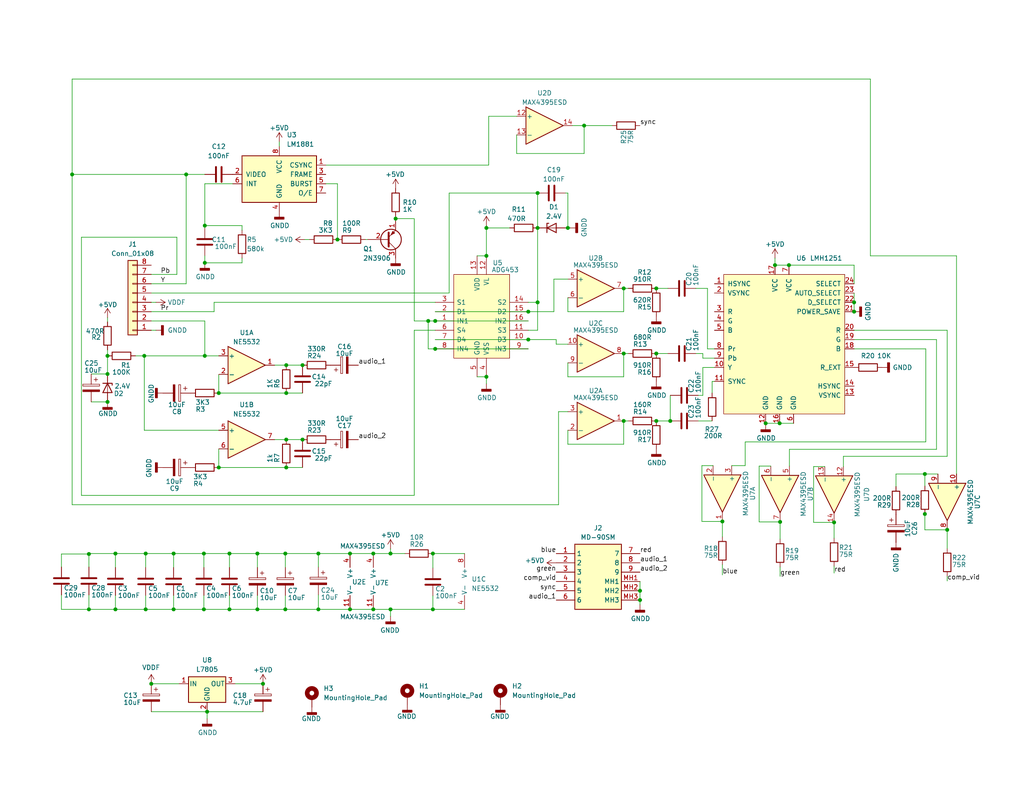
<source format=kicad_sch>
(kicad_sch (version 20230121) (generator eeschema)
  (paper "USLetter")
  (title_block (title "Righteous Tentacle, Colecovision Reverse Engineering Project") (date "2023-03-14") (rev "DEV") (company "sparkletron") (comment 1 "Jay Convertino") (comment 2 "MIT LICENSE") (comment 3 "PCB: 75745 REV E"))
  (junction (at 77.851 151.13))
  (junction (at 211.455 72.39))
  (junction (at 182.88 114.935))
  (junction (at 170.18 78.74))
  (junction (at 62.611 151.13))
  (junction (at 197.104 142.367))
  (junction (at 146.685 62.23))
  (junction (at 41.275 186.69))
  (junction (at 106.553 166.37))
  (junction (at 86.868 151.13))
  (junction (at 50.8 47.625))
  (junction (at 29.337 97.155))
  (junction (at 86.868 166.37))
  (junction (at 31.496 166.37))
  (junction (at 132.715 102.87))
  (junction (at 118.11 151.13))
  (junction (at 146.685 82.55))
  (junction (at 118.745 87.63))
  (junction (at 144.145 85.09))
  (junction (at 179.07 96.52))
  (junction (at 55.88 71.755))
  (junction (at 212.852 142.494))
  (junction (at 252.349 140.335))
  (junction (at 179.07 114.935))
  (junction (at 215.265 72.39))
  (junction (at 39.751 151.13))
  (junction (at 233.045 85.09))
  (junction (at 92.075 65.405))
  (junction (at 77.851 166.37))
  (junction (at 159.385 34.29))
  (junction (at 252.349 129.413))
  (junction (at 154.94 62.23))
  (junction (at 106.553 151.13))
  (junction (at 47.371 151.13))
  (junction (at 70.231 166.37))
  (junction (at 55.88 97.155))
  (junction (at 174.625 161.29))
  (junction (at 118.11 166.37))
  (junction (at 24.257 151.257))
  (junction (at 47.371 166.37))
  (junction (at 31.496 151.13))
  (junction (at 24.257 166.37))
  (junction (at 95.504 151.13))
  (junction (at 78.105 107.315))
  (junction (at 132.715 69.85))
  (junction (at 101.854 151.13))
  (junction (at 146.685 52.705))
  (junction (at 233.045 82.55))
  (junction (at 78.105 120.015))
  (junction (at 144.145 92.71))
  (junction (at 29.337 102.108))
  (junction (at 227.584 142.621))
  (junction (at 39.751 166.37))
  (junction (at 29.337 109.728))
  (junction (at 82.55 120.015))
  (junction (at 170.18 96.52))
  (junction (at 39.37 97.155))
  (junction (at 174.625 163.83))
  (junction (at 78.105 127.635))
  (junction (at 55.626 166.37))
  (junction (at 170.18 114.935))
  (junction (at 118.745 95.25))
  (junction (at 78.105 99.695))
  (junction (at 62.611 166.37))
  (junction (at 258.445 144.653))
  (junction (at 179.07 78.74))
  (junction (at 55.88 61.595))
  (junction (at 70.231 151.13))
  (junction (at 212.725 115.57))
  (junction (at 95.504 166.37))
  (junction (at 71.755 186.69))
  (junction (at 55.626 151.13))
  (junction (at 101.854 166.37))
  (junction (at 56.515 194.31))
  (junction (at 208.915 115.57))
  (junction (at 19.685 47.625))
  (junction (at 107.95 59.69))
  (junction (at 59.69 107.315))
  (junction (at 82.55 99.695))
  (junction (at 116.84 87.63))
  (junction (at 59.69 127.635))
  (junction (at 132.715 62.23))
  (wire (pts (xy 197.104 156.972) (xy 197.104 154.178)))
  (wire (pts (xy 42.545 82.55) (xy 41.275 82.55)))
  (wire (pts (xy 78.105 99.695) (xy 82.55 99.695)))
  (wire (pts (xy 106.553 151.13) (xy 101.854 151.13)))
  (wire (pts (xy 252.349 129.413) (xy 255.905 129.413)))
  (wire (pts (xy 170.18 96.52) (xy 170.18 102.87)))
  (wire (pts (xy 116.84 95.25) (xy 118.745 95.25)))
  (wire (pts (xy 154.94 62.23) (xy 154.305 62.23)))
  (wire (pts (xy 22.225 64.77) (xy 22.225 135.255)))
  (wire (pts (xy 86.868 162.433) (xy 86.868 166.37)))
  (wire (pts (xy 116.84 87.63) (xy 118.745 87.63)))
  (wire (pts (xy 42.545 90.17) (xy 41.275 90.17)))
  (wire (pts (xy 39.37 97.155) (xy 39.37 117.475)))
  (wire (pts (xy 189.865 96.52) (xy 191.77 96.52)))
  (wire (pts (xy 58.42 85.09) (xy 41.275 85.09)))
  (wire (pts (xy 55.88 62.23) (xy 55.88 61.595)))
  (wire (pts (xy 58.42 82.55) (xy 58.42 85.09)))
  (wire (pts (xy 140.97 41.91) (xy 140.97 36.83)))
  (wire (pts (xy 16.764 154.813) (xy 16.764 151.257)))
  (wire (pts (xy 212.852 157.353) (xy 212.852 154.813)))
  (wire (pts (xy 106.553 168.275) (xy 106.553 166.37)))
  (wire (pts (xy 55.88 71.755) (xy 55.88 69.85)))
  (wire (pts (xy 16.764 162.433) (xy 16.764 166.37)))
  (wire (pts (xy 39.751 166.37) (xy 47.371 166.37)))
  (wire (pts (xy 152.4 112.395) (xy 154.94 112.395)))
  (wire (pts (xy 258.445 90.17) (xy 258.445 124.587)))
  (wire (pts (xy 24.257 166.37) (xy 31.496 166.37)))
  (wire (pts (xy 59.69 127.635) (xy 59.69 122.555)))
  (wire (pts (xy 233.045 90.17) (xy 258.445 90.17)))
  (wire (pts (xy 48.26 74.93) (xy 48.26 64.77)))
  (wire (pts (xy 156.21 34.29) (xy 159.385 34.29)))
  (wire (pts (xy 144.145 90.17) (xy 146.685 90.17)))
  (wire (pts (xy 122.555 52.705) (xy 146.685 52.705)))
  (wire (pts (xy 41.275 77.47) (xy 50.8 77.47)))
  (wire (pts (xy 193.04 95.25) (xy 194.945 95.25)))
  (wire (pts (xy 208.915 115.57) (xy 212.725 115.57)))
  (wire (pts (xy 55.626 151.13) (xy 55.626 154.94)))
  (wire (pts (xy 221.996 127.381) (xy 221.996 142.621)))
  (wire (pts (xy 29.337 86.741) (xy 29.337 87.884)))
  (wire (pts (xy 47.371 166.37) (xy 47.371 162.56)))
  (wire (pts (xy 151.765 92.71) (xy 151.765 93.98)))
  (wire (pts (xy 70.231 166.37) (xy 77.851 166.37)))
  (wire (pts (xy 101.854 151.13) (xy 95.504 151.13)))
  (wire (pts (xy 19.685 21.59) (xy 237.49 21.59)))
  (wire (pts (xy 170.18 85.09) (xy 170.18 78.74)))
  (wire (pts (xy 62.611 151.13) (xy 55.626 151.13)))
  (wire (pts (xy 252.349 140.208) (xy 252.349 140.335)))
  (wire (pts (xy 77.851 151.13) (xy 77.851 154.94)))
  (wire (pts (xy 55.88 61.595) (xy 55.88 50.165)))
  (wire (pts (xy 144.145 82.55) (xy 146.685 82.55)))
  (wire (pts (xy 233.045 95.25) (xy 252.603 95.25)))
  (wire (pts (xy 146.685 82.55) (xy 146.685 90.17)))
  (wire (pts (xy 212.852 142.494) (xy 207.137 142.494)))
  (wire (pts (xy 62.611 166.37) (xy 55.626 166.37)))
  (wire (pts (xy 113.03 90.17) (xy 113.03 135.255)))
  (wire (pts (xy 122.555 80.01) (xy 122.555 52.705)))
  (wire (pts (xy 207.137 127.254) (xy 210.312 127.254)))
  (wire (pts (xy 39.751 151.13) (xy 39.751 154.94)))
  (wire (pts (xy 78.105 107.315) (xy 59.69 107.315)))
  (wire (pts (xy 212.725 115.57) (xy 216.535 115.57)))
  (wire (pts (xy 225.044 127.381) (xy 221.996 127.381)))
  (wire (pts (xy 151.13 76.2) (xy 154.94 76.2)))
  (wire (pts (xy 118.745 90.17) (xy 113.03 90.17)))
  (wire (pts (xy 151.765 93.98) (xy 154.94 93.98)))
  (wire (pts (xy 144.145 85.09) (xy 151.13 85.09)))
  (wire (pts (xy 66.04 62.865) (xy 66.04 61.595)))
  (wire (pts (xy 179.07 78.74) (xy 182.245 78.74)))
  (wire (pts (xy 233.045 92.71) (xy 255.524 92.71)))
  (wire (pts (xy 133.35 45.085) (xy 133.35 31.75)))
  (wire (pts (xy 84.455 65.405) (xy 83.185 65.405)))
  (wire (pts (xy 258.445 144.653) (xy 258.445 149.733)))
  (wire (pts (xy 24.892 109.728) (xy 29.337 109.728)))
  (wire (pts (xy 170.18 114.935) (xy 171.45 114.935)))
  (wire (pts (xy 76.2 38.735) (xy 76.2 40.005)))
  (wire (pts (xy 197.104 142.367) (xy 197.104 146.558)))
  (wire (pts (xy 208.915 115.57) (xy 208.915 115.824)))
  (wire (pts (xy 193.04 78.74) (xy 193.04 95.25)))
  (wire (pts (xy 174.625 158.75) (xy 174.625 161.29)))
  (wire (pts (xy 50.8 47.625) (xy 55.88 47.625)))
  (wire (pts (xy 92.075 50.165) (xy 88.9 50.165)))
  (wire (pts (xy 151.13 85.09) (xy 151.13 76.2)))
  (wire (pts (xy 74.93 99.695) (xy 78.105 99.695)))
  (wire (pts (xy 19.685 47.625) (xy 50.8 47.625)))
  (wire (pts (xy 86.868 166.37) (xy 95.504 166.37)))
  (wire (pts (xy 255.524 122.682) (xy 215.392 122.682)))
  (wire (pts (xy 174.625 161.29) (xy 174.625 163.83)))
  (wire (pts (xy 41.275 186.69) (xy 48.895 186.69)))
  (wire (pts (xy 55.626 166.37) (xy 55.626 162.56)))
  (wire (pts (xy 24.257 154.813) (xy 24.257 151.257)))
  (wire (pts (xy 118.11 151.13) (xy 118.11 155.067)))
  (wire (pts (xy 154.94 102.87) (xy 170.18 102.87)))
  (wire (pts (xy 179.07 114.935) (xy 182.88 114.935)))
  (wire (pts (xy 130.175 69.85) (xy 132.715 69.85)))
  (wire (pts (xy 41.275 74.93) (xy 48.26 74.93)))
  (wire (pts (xy 233.045 82.55) (xy 233.045 85.09)))
  (wire (pts (xy 237.49 21.59) (xy 237.49 69.85)))
  (wire (pts (xy 190.5 107.95) (xy 191.77 107.95)))
  (wire (pts (xy 227.584 156.464) (xy 227.584 154.559)))
  (wire (pts (xy 118.745 82.55) (xy 58.42 82.55)))
  (wire (pts (xy 55.88 97.155) (xy 59.69 97.155)))
  (wire (pts (xy 113.03 59.69) (xy 113.03 87.63)))
  (wire (pts (xy 55.88 50.165) (xy 63.5 50.165)))
  (wire (pts (xy 86.868 151.13) (xy 86.868 154.813)))
  (wire (pts (xy 182.88 107.95) (xy 182.88 114.935)))
  (wire (pts (xy 41.275 80.01) (xy 122.555 80.01)))
  (wire (pts (xy 255.524 92.71) (xy 255.524 122.682)))
  (wire (pts (xy 48.26 64.77) (xy 22.225 64.77)))
  (wire (pts (xy 233.045 80.01) (xy 233.045 82.55)))
  (wire (pts (xy 24.257 151.13) (xy 31.496 151.13)))
  (wire (pts (xy 194.31 104.14) (xy 194.31 107.315)))
  (wire (pts (xy 215.392 122.682) (xy 215.392 127.254)))
  (wire (pts (xy 106.553 166.37) (xy 118.11 166.37)))
  (wire (pts (xy 47.371 151.13) (xy 47.371 154.94)))
  (wire (pts (xy 36.957 97.155) (xy 39.37 97.155)))
  (wire (pts (xy 252.349 144.653) (xy 258.445 144.653)))
  (wire (pts (xy 16.764 151.257) (xy 24.257 151.257)))
  (wire (pts (xy 194.31 104.14) (xy 194.945 104.14)))
  (wire (pts (xy 132.715 104.775) (xy 132.715 102.87)))
  (wire (pts (xy 41.275 194.31) (xy 56.515 194.31)))
  (wire (pts (xy 39.751 162.56) (xy 39.751 166.37)))
  (wire (pts (xy 39.751 151.13) (xy 47.371 151.13)))
  (wire (pts (xy 155.575 62.23) (xy 154.94 62.23)))
  (wire (pts (xy 132.715 62.23) (xy 139.065 62.23)))
  (wire (pts (xy 107.95 59.69) (xy 107.95 60.325)))
  (wire (pts (xy 130.175 102.87) (xy 132.715 102.87)))
  (wire (pts (xy 132.715 62.23) (xy 132.715 69.85)))
  (wire (pts (xy 39.751 166.37) (xy 31.496 166.37)))
  (wire (pts (xy 159.385 34.29) (xy 167.005 34.29)))
  (wire (pts (xy 244.475 129.413) (xy 244.475 132.842)))
  (wire (pts (xy 170.18 121.285) (xy 170.18 114.935)))
  (wire (pts (xy 29.337 95.504) (xy 29.337 97.155)))
  (wire (pts (xy 244.475 129.413) (xy 252.349 129.413)))
  (wire (pts (xy 77.851 151.13) (xy 86.868 151.13)))
  (wire (pts (xy 55.626 166.37) (xy 47.371 166.37)))
  (wire (pts (xy 22.225 135.255) (xy 113.03 135.255)))
  (wire (pts (xy 113.03 59.69) (xy 107.95 59.69)))
  (wire (pts (xy 154.94 102.87) (xy 154.94 99.06)))
  (wire (pts (xy 113.03 87.63) (xy 116.84 87.63)))
  (wire (pts (xy 107.95 59.055) (xy 107.95 59.69)))
  (wire (pts (xy 191.77 107.95) (xy 191.77 100.33)))
  (wire (pts (xy 24.257 162.433) (xy 24.257 166.37)))
  (wire (pts (xy 106.553 151.13) (xy 110.49 151.13)))
  (wire (pts (xy 39.37 117.475) (xy 59.69 117.475)))
  (wire (pts (xy 152.4 137.795) (xy 152.4 112.395)))
  (wire (pts (xy 230.124 124.587) (xy 230.124 127.381)))
  (wire (pts (xy 116.84 95.25) (xy 116.84 87.63)))
  (wire (pts (xy 59.69 107.315) (xy 59.69 102.235)))
  (wire (pts (xy 66.04 61.595) (xy 55.88 61.595)))
  (wire (pts (xy 170.18 78.74) (xy 171.45 78.74)))
  (wire (pts (xy 154.94 117.475) (xy 154.94 121.285)))
  (wire (pts (xy 144.145 92.71) (xy 151.765 92.71)))
  (wire (pts (xy 88.9 45.085) (xy 133.35 45.085)))
  (wire (pts (xy 146.685 62.23) (xy 146.685 82.55)))
  (wire (pts (xy 211.455 72.39) (xy 215.265 72.39)))
  (wire (pts (xy 154.94 62.23) (xy 154.94 52.705)))
  (wire (pts (xy 191.77 97.79) (xy 194.945 97.79)))
  (wire (pts (xy 191.516 142.367) (xy 197.104 142.367)))
  (wire (pts (xy 66.04 71.755) (xy 66.04 70.485)))
  (wire (pts (xy 221.996 142.621) (xy 227.584 142.621)))
  (wire (pts (xy 39.751 151.13) (xy 31.496 151.13)))
  (wire (pts (xy 55.88 87.63) (xy 55.88 97.155)))
  (wire (pts (xy 78.105 107.315) (xy 82.55 107.315)))
  (wire (pts (xy 258.445 124.587) (xy 230.124 124.587)))
  (wire (pts (xy 99.695 65.405) (xy 100.33 65.405)))
  (wire (pts (xy 101.854 166.37) (xy 95.504 166.37)))
  (wire (pts (xy 19.685 47.625) (xy 19.685 21.59)))
  (wire (pts (xy 154.94 52.705) (xy 154.305 52.705)))
  (wire (pts (xy 64.135 186.69) (xy 71.755 186.69)))
  (wire (pts (xy 194.564 127.127) (xy 191.516 127.127)))
  (wire (pts (xy 252.603 95.25) (xy 252.603 120.65)))
  (wire (pts (xy 50.8 47.625) (xy 50.8 77.47)))
  (wire (pts (xy 55.88 71.755) (xy 66.04 71.755)))
  (wire (pts (xy 56.515 194.31) (xy 71.755 194.31)))
  (wire (pts (xy 19.685 47.625) (xy 19.685 137.795)))
  (wire (pts (xy 212.852 147.193) (xy 212.852 142.494)))
  (wire (pts (xy 39.37 97.155) (xy 55.88 97.155)))
  (wire (pts (xy 62.611 151.13) (xy 62.611 154.94)))
  (wire (pts (xy 55.88 87.63) (xy 41.275 87.63)))
  (wire (pts (xy 159.385 34.29) (xy 159.385 41.91)))
  (wire (pts (xy 191.77 100.33) (xy 194.945 100.33)))
  (wire (pts (xy 190.5 114.935) (xy 194.31 114.935)))
  (wire (pts (xy 16.764 166.37) (xy 24.257 166.37)))
  (wire (pts (xy 86.868 151.13) (xy 95.504 151.13)))
  (wire (pts (xy 146.685 52.705) (xy 146.685 62.23)))
  (wire (pts (xy 233.045 72.39) (xy 215.265 72.39)))
  (wire (pts (xy 211.455 70.485) (xy 211.455 72.39)))
  (wire (pts (xy 92.075 50.165) (xy 92.075 65.405)))
  (wire (pts (xy 74.93 120.015) (xy 78.105 120.015)))
  (wire (pts (xy 207.137 142.494) (xy 207.137 127.254)))
  (wire (pts (xy 199.644 127.127) (xy 203.327 127.127)))
  (wire (pts (xy 203.327 120.65) (xy 203.327 127.127)))
  (wire (pts (xy 78.105 127.635) (xy 59.69 127.635)))
  (wire (pts (xy 31.496 151.13) (xy 31.496 154.94)))
  (wire (pts (xy 70.231 151.13) (xy 77.851 151.13)))
  (wire (pts (xy 24.892 102.108) (xy 29.337 102.108)))
  (wire (pts (xy 233.045 72.39) (xy 233.045 77.47)))
  (wire (pts (xy 118.745 92.71) (xy 144.145 92.71)))
  (wire (pts (xy 24.257 151.257) (xy 24.257 151.13)))
  (wire (pts (xy 77.851 162.56) (xy 77.851 166.37)))
  (wire (pts (xy 174.625 163.83) (xy 174.625 165.1)))
  (wire (pts (xy 118.745 85.09) (xy 144.145 85.09)))
  (wire (pts (xy 154.94 81.28) (xy 154.94 85.09)))
  (wire (pts (xy 106.553 166.37) (xy 101.854 166.37)))
  (wire (pts (xy 154.94 121.285) (xy 170.18 121.285)))
  (wire (pts (xy 258.445 158.623) (xy 258.445 157.353)))
  (wire (pts (xy 55.626 151.13) (xy 47.371 151.13)))
  (wire (pts (xy 170.18 96.52) (xy 171.45 96.52)))
  (wire (pts (xy 70.231 151.13) (xy 70.231 154.94)))
  (wire (pts (xy 118.11 151.13) (xy 126.746 151.13)))
  (wire (pts (xy 191.516 127.127) (xy 191.516 142.367)))
  (wire (pts (xy 179.07 96.52) (xy 182.245 96.52)))
  (wire (pts (xy 189.865 78.74) (xy 193.04 78.74)))
  (wire (pts (xy 56.515 196.215) (xy 56.515 194.31)))
  (wire (pts (xy 70.231 151.13) (xy 62.611 151.13)))
  (wire (pts (xy 132.715 61.595) (xy 132.715 62.23)))
  (wire (pts (xy 62.611 166.37) (xy 62.611 162.56)))
  (wire (pts (xy 19.685 137.795) (xy 152.4 137.795)))
  (wire (pts (xy 133.35 31.75) (xy 140.97 31.75)))
  (wire (pts (xy 118.11 162.687) (xy 118.11 166.37)))
  (wire (pts (xy 78.105 127.635) (xy 82.55 127.635)))
  (wire (pts (xy 260.985 69.85) (xy 260.985 129.413)))
  (wire (pts (xy 227.584 142.621) (xy 227.584 146.939)))
  (wire (pts (xy 70.231 166.37) (xy 62.611 166.37)))
  (wire (pts (xy 252.349 140.335) (xy 252.349 144.653)))
  (wire (pts (xy 118.745 87.63) (xy 144.145 87.63)))
  (wire (pts (xy 237.49 69.85) (xy 260.985 69.85)))
  (wire (pts (xy 31.496 162.56) (xy 31.496 166.37)))
  (wire (pts (xy 118.11 166.37) (xy 126.746 166.37)))
  (wire (pts (xy 29.337 97.155) (xy 29.337 102.108)))
  (wire (pts (xy 77.851 166.37) (xy 86.868 166.37)))
  (wire (pts (xy 78.105 120.015) (xy 82.55 120.015)))
  (wire (pts (xy 106.553 149.86) (xy 106.553 151.13)))
  (wire (pts (xy 118.745 95.25) (xy 144.145 95.25)))
  (wire (pts (xy 252.603 120.65) (xy 203.327 120.65)))
  (wire (pts (xy 159.385 41.91) (xy 140.97 41.91)))
  (wire (pts (xy 191.77 96.52) (xy 191.77 97.79)))
  (wire (pts (xy 154.94 85.09) (xy 170.18 85.09)))
  (wire (pts (xy 252.349 129.413) (xy 252.349 132.715)))
  (wire (pts (xy 70.231 162.56) (xy 70.231 166.37)))
  (label "comp_vid" (at 151.765 158.75 180))
  (label "red" (at 174.625 151.13 0))
  (label "Pb" (at 43.815 74.93 0))
  (label "sync" (at 174.625 34.29 0))
  (label "audio_2" (at 174.625 156.21 0))
  (label "comp_vid" (at 258.445 158.623 0))
  (label "audio_2" (at 97.79 120.015 0))
  (label "green" (at 151.765 156.21 180))
  (label "audio_1" (at 174.625 153.67 0))
  (label "blue" (at 197.104 156.972 0))
  (label "green" (at 212.852 157.353 0))
  (label "red" (at 227.584 156.464 0))
  (label "blue" (at 151.765 151.13 180))
  (label "Y" (at 43.815 77.47 0))
  (label "Pr" (at 43.815 85.09 0))
  (label "audio_1" (at 151.765 163.83 180))
  (label "audio_1" (at 97.79 99.695 0))
  (label "sync" (at 151.765 161.29 180))
  (symbol (lib_id "Device:C") (at 186.69 114.935 270) (unit 1)
    (property "Reference" "C23" (at 188.595 114.3 0) (effects (justify right)))
    (property "Value" "100nF" (at 190.5 114.3 0) (effects (justify right)))
    (property "Footprint" "Capacitor_THT:C_Disc_D5.0mm_W2.5mm_P5.00mm" (effects hide))
  )
  (symbol (lib_id "Device:R") (at 29.337 91.694 0) (mirror x) (unit 1)
    (property "Reference" "R2" (at 24.892 92.075 0) (effects (justify left)))
    (property "Value" "470R" (at 23.368 90.424 0) (effects (justify left)))
    (property "Footprint" "Resistor_THT:R_Axial_DIN0207_L6.3mm_D2.5mm_P7.62mm_Horizontal" (effects hide))
  )
  (symbol (lib_id "power:GNDD") (at 29.337 109.728 0) (unit 1)
    (property "Reference" "#PWR02" (effects hide))
    (property "Value" "GNDD" (at 26.797 112.903 0) (effects (justify left)))
  )
  (symbol (lib_id "Device:C") (at 55.88 66.04 180) (unit 1)
    (property "Reference" "C11" (at 59.69 65.405 0))
    (property "Value" "100nF" (at 61.595 67.31 0))
    (property "Footprint" "Capacitor_THT:C_Disc_D5.0mm_W2.5mm_P5.00mm" (effects hide))
  )
  (symbol (lib_id "Device:R") (at 236.855 100.33 90) (unit 1)
    (property "Reference" "R20" (at 238.76 97.155 90) (effects (justify left)))
    (property "Value" "10K" (at 243.205 97.155 90) (effects (justify left)))
    (property "Footprint" "Resistor_THT:R_Axial_DIN0207_L6.3mm_D2.5mm_P10.16mm_Horizontal" (effects hide))
  )
  (symbol (lib_id "Amplifier_Operational:MAX4395ESD") (at 162.56 78.74 0) (unit 2)
    (property "Reference" "U2" (at 162.56 70.485 0))
    (property "Value" "MAX4395ESD" (at 162.56 72.39 0))
    (property "Footprint" "Package_SO:SO-14_3.9x8.65mm_P1.27mm" (effects hide))
    (property "Datasheet" "https://datasheets.maximintegrated.com/en/ds/MAX4389-MAX4396.pdf" (effects hide))
  )
  (symbol (lib_id "Amplifier_Operational:MAX4395ESD") (at 92.964 158.75 0) (mirror y) (unit 5)
    (property "Reference" "U2" (at 99.949 158.877 0) (effects (justify left)))
    (property "Value" "MAX4395ESD" (at 105.156 149.098 0) (effects (justify left)))
    (property "Footprint" "Package_SO:SO-14_3.9x8.65mm_P1.27mm" (effects hide))
    (property "Datasheet" "https://datasheets.maximintegrated.com/en/ds/MAX4389-MAX4396.pdf" (effects hide))
  )
  (symbol (lib_id "Amplifier_Operational:MAX4395ESD") (at 162.56 114.935 0) (unit 1)
    (property "Reference" "U2" (at 162.56 106.68 0))
    (property "Value" "MAX4395ESD" (at 162.56 108.585 0))
    (property "Footprint" "Package_SO:SO-14_3.9x8.65mm_P1.27mm" (effects hide))
    (property "Datasheet" "https://datasheets.maximintegrated.com/en/ds/MAX4389-MAX4396.pdf" (effects hide))
  )
  (symbol (lib_id "power:GNDD") (at 85.09 193.04 0) (unit 1)
    (property "Reference" "#PWR07" (effects hide))
    (property "Value" "GNDD" (at 87.63 196.215 0) (effects (justify right)))
  )
  (symbol (lib_id "power:GNDD") (at 76.2 57.785 0) (unit 1)
    (property "Reference" "#PWR014" (effects hide))
    (property "Value" "GNDD" (at 73.66 61.595 0) (effects (justify left)))
  )
  (symbol (lib_id "Device:R") (at 227.584 150.749 0) (unit 1)
    (property "Reference" "R21" (at 228.854 149.479 0) (effects (justify left)))
    (property "Value" "75R" (at 228.854 151.384 0) (effects (justify left)))
    (property "Footprint" "Resistor_THT:R_Axial_DIN0207_L6.3mm_D2.5mm_P7.62mm_Horizontal" (effects hide))
  )
  (symbol (lib_id "Device:R") (at 175.26 78.74 90) (unit 1)
    (property "Reference" "R12" (at 177.8 74.295 90) (effects (justify left)))
    (property "Value" "910R" (at 177.8 76.2 90) (effects (justify left)))
    (property "Footprint" "Resistor_THT:R_Axial_DIN0207_L6.3mm_D2.5mm_P7.62mm_Horizontal" (effects hide))
  )
  (symbol (lib_id "power:GNDD") (at 179.07 86.36 0) (unit 1)
    (property "Reference" "#PWR027" (effects hide))
    (property "Value" "GNDD" (at 176.53 90.17 0) (effects (justify left)))
  )
  (symbol (lib_id "power:GNDD") (at 240.665 100.33 90) (unit 1)
    (property "Reference" "#PWR034" (effects hide))
    (property "Value" "GNDD" (at 248.92 100.33 90) (effects (justify left)))
  )
  (symbol (lib_id "power:GNDD") (at 208.915 115.824 0) (unit 1)
    (property "Reference" "#PWR030" (effects hide))
    (property "Value" "GNDD" (at 206.375 119.634 0) (effects (justify left)))
  )
  (symbol (lib_id "power:+5VD") (at 29.337 86.741 0) (unit 1)
    (property "Reference" "#PWR015" (effects hide))
    (property "Value" "+5VD" (at 26.67 83.185 0) (effects (justify left)))
  )
  (symbol (lib_id "Device:C") (at 55.626 158.75 180) (unit 1)
    (property "Reference" "C4" (at 56.261 160.655 0) (effects (justify right)))
    (property "Value" "100nF" (at 56.261 162.56 0) (effects (justify right)))
    (property "Footprint" "Capacitor_THT:C_Disc_D5.0mm_W2.5mm_P5.00mm" (effects hide))
  )
  (symbol (lib_id "power:VDDF") (at 41.275 186.69 0) (unit 1)
    (property "Reference" "#PWR012" (effects hide))
    (property "Value" "VDDF" (at 38.735 182.245 0) (effects (justify left)))
  )
  (symbol (lib_id "Video:LM1881") (at 76.2 50.165 0) (unit 1)
    (property "Reference" "U3" (at 78.2194 36.83 0) (effects (justify left)))
    (property "Value" "LM1881" (at 78.2194 39.37 0) (effects (justify left)))
    (property "Footprint" "Package_SO:SOIC-8_3.9x4.9mm_P1.27mm" (effects hide))
  )
  (symbol (lib_id "Device:R") (at 86.36 99.695 270) (unit 1)
    (property "Reference" "R24" (at 83.82 97.155 90) (effects (justify left)))
    (property "Value" "330R" (at 83.82 95.25 90) (effects (justify left)))
    (property "Footprint" "Resistor_THT:R_Axial_DIN0207_L6.3mm_D2.5mm_P7.62mm_Horizontal" (effects hide))
  )
  (symbol (lib_id "power:GNDD") (at 107.95 70.485 0) (unit 1)
    (property "Reference" "#PWR019" (effects hide))
    (property "Value" "GNDD" (at 105.41 74.295 0) (effects (justify left)))
  )
  (symbol (lib_id "power:GNDD") (at 174.625 165.1 0) (unit 1)
    (property "Reference" "#PWR024" (effects hide))
    (property "Value" "GNDD" (at 172.085 168.91 0) (effects (justify left)))
  )
  (symbol (lib_id "Amplifier_Operational:MAX4395ESD") (at 258.445 137.033 270) (unit 3)
    (property "Reference" "U7" (at 266.7 137.033 0))
    (property "Value" "MAX4395ESD" (at 264.795 137.033 0))
    (property "Footprint" "Package_SO:SO-14_3.9x8.65mm_P1.27mm" (effects hide))
    (property "Datasheet" "https://datasheets.maximintegrated.com/en/ds/MAX4389-MAX4396.pdf" (effects hide))
  )
  (symbol (lib_id "Device:C_Polarized") (at 93.98 99.695 90) (unit 1)
    (property "Reference" "C16" (at 93.98 94.615 90))
    (property "Value" "10uF" (at 93.98 96.52 90))
    (property "Footprint" "Capacitor_THT:CP_Radial_D4.0mm_P2.00mm" (effects hide))
  )
  (symbol (lib_id "Device:R") (at 33.147 97.155 90) (unit 1)
    (property "Reference" "R1" (at 35.687 99.695 90) (effects (justify left)))
    (property "Value" "100K" (at 35.687 101.6 90) (effects (justify left)))
    (property "Footprint" "Resistor_THT:R_Axial_DIN0207_L6.3mm_D2.5mm_P7.62mm_Horizontal" (effects hide))
  )
  (symbol (lib_id "Amplifier_Operational:MAX4395ESD") (at 212.852 134.874 270) (unit 2)
    (property "Reference" "U7" (at 221.107 134.874 0))
    (property "Value" "MAX4395ESD" (at 219.202 134.874 0))
    (property "Footprint" "Package_SO:SO-14_3.9x8.65mm_P1.27mm" (effects hide))
    (property "Datasheet" "https://datasheets.maximintegrated.com/en/ds/MAX4389-MAX4396.pdf" (effects hide))
  )
  (symbol (lib_id "power:GNDD") (at 179.07 122.555 0) (unit 1)
    (property "Reference" "#PWR029" (effects hide))
    (property "Value" "GNDD" (at 176.53 126.365 0) (effects (justify left)))
  )
  (symbol (lib_id "power:GNDD") (at 233.045 85.09 90) (unit 1)
    (property "Reference" "#PWR033" (effects hide))
    (property "Value" "GNDD" (at 236.855 87.63 0) (effects (justify left)))
  )
  (symbol (lib_id "power:GNDD") (at 155.575 62.23 90) (unit 1)
    (property "Reference" "#PWR026" (effects hide))
    (property "Value" "GNDD" (at 159.385 64.77 0) (effects (justify left)))
  )
  (symbol (lib_id "Device:C") (at 82.55 103.505 180) (unit 1)
    (property "Reference" "C14" (at 86.995 102.87 0))
    (property "Value" "22pF" (at 88.265 104.775 0))
    (property "Footprint" "Capacitor_THT:C_Disc_D5.0mm_W2.5mm_P5.00mm" (effects hide))
  )
  (symbol (lib_id "Device:C_Polarized") (at 93.98 120.015 90) (unit 1)
    (property "Reference" "C17" (at 93.98 116.205 90))
    (property "Value" "10uF" (at 93.98 114.3 90))
    (property "Footprint" "Capacitor_THT:CP_Radial_D4.0mm_P2.00mm" (effects hide))
  )
  (symbol (lib_id "Device:C") (at 31.496 158.75 180) (unit 1)
    (property "Reference" "C3" (at 32.131 160.655 0) (effects (justify right)))
    (property "Value" "100nF" (at 32.131 162.56 0) (effects (justify right)))
    (property "Footprint" "Capacitor_THT:C_Disc_D5.0mm_W2.5mm_P5.00mm" (effects hide))
  )
  (symbol (lib_id "Device:C") (at 59.69 47.625 90) (unit 1)
    (property "Reference" "C12" (at 59.69 40.005 90))
    (property "Value" "100nF" (at 59.69 42.545 90))
    (property "Footprint" "Capacitor_THT:C_Disc_D5.0mm_W2.5mm_P5.00mm" (effects hide))
  )
  (symbol (lib_id "power:+5VD") (at 76.2 38.735 0) (mirror y) (unit 1)
    (property "Reference" "#PWR01" (effects hide))
    (property "Value" "+5VD" (at 76.2 34.925 0))
  )
  (symbol (lib_id "Device:R") (at 252.349 136.525 180) (unit 1)
    (property "Reference" "R28" (at 251.079 137.795 0) (effects (justify left)))
    (property "Value" "200R" (at 251.079 135.89 0) (effects (justify left)))
    (property "Footprint" "Resistor_THT:R_Axial_DIN0207_L6.3mm_D2.5mm_P7.62mm_Horizontal" (effects hide))
  )
  (symbol (lib_id "power:+5VD") (at 107.95 51.435 0) (mirror y) (unit 1)
    (property "Reference" "#PWR036" (effects hide))
    (property "Value" "+5VD" (at 110.49 47.625 0) (effects (justify left)))
  )
  (symbol (lib_id "Device:R") (at 179.07 118.745 180) (unit 1)
    (property "Reference" "R17" (at 177.8 120.015 0) (effects (justify left)))
    (property "Value" "910R" (at 177.8 118.11 0) (effects (justify left)))
    (property "Footprint" "Resistor_THT:R_Axial_DIN0207_L6.3mm_D2.5mm_P7.62mm_Horizontal" (effects hide))
  )
  (symbol (lib_id "Amplifier_Operational:NE5532") (at 67.31 99.695 0) (unit 1)
    (property "Reference" "U1" (at 67.31 90.805 0))
    (property "Value" "NE5532" (at 67.31 93.345 0))
    (property "Footprint" "Package_SO:SOIC-8_3.9x4.9mm_P1.27mm" (effects hide))
    (property "Datasheet" "http://www.ti.com/lit/ds/symlink/ne5532.pdf" (effects hide))
  )
  (symbol (lib_id "power:GNDD") (at 244.475 148.082 0) (unit 1)
    (property "Reference" "#PWR08" (effects hide))
    (property "Value" "GNDD" (at 244.475 156.337 90) (effects (justify left)))
  )
  (symbol (lib_id "Device:D_Zener") (at 150.495 62.23 0) (unit 1)
    (property "Reference" "D1" (at 151.13 56.515 0))
    (property "Value" "2.4V" (at 151.13 59.055 0))
    (property "Footprint" "Diode_THT:D_DO-35_SOD27_P7.62mm_Horizontal" (effects hide))
  )
  (symbol (lib_id "Amplifier_Operational:MAX4395ESD") (at 99.314 158.75 0) (mirror y) (unit 5)
    (property "Reference" "U7" (at 106.172 159.131 0) (effects (justify left)))
    (property "Value" "MAX4395ESD" (at 105.156 168.402 0) (effects (justify left)))
    (property "Footprint" "Package_SO:SO-14_3.9x8.65mm_P1.27mm" (effects hide))
    (property "Datasheet" "https://datasheets.maximintegrated.com/en/ds/MAX4389-MAX4396.pdf" (effects hide))
  )
  (symbol (lib_id "power:GNDD") (at 56.515 196.215 0) (unit 1)
    (property "Reference" "#PWR016" (effects hide))
    (property "Value" "GNDD" (at 53.975 200.025 0) (effects (justify left)))
  )
  (symbol (lib_id "Device:C") (at 24.257 158.623 180) (unit 1)
    (property "Reference" "C28" (at 24.892 160.528 0) (effects (justify right)))
    (property "Value" "100nF" (at 24.892 162.433 0) (effects (justify right)))
    (property "Footprint" "Capacitor_THT:C_Disc_D5.0mm_W2.5mm_P5.00mm" (effects hide))
  )
  (symbol (lib_id "Device:C_Polarized") (at 41.275 190.5 0) (mirror y) (unit 1)
    (property "Reference" "C13" (at 33.655 189.865 0) (effects (justify right)))
    (property "Value" "10uF" (at 33.655 191.77 0) (effects (justify right)))
    (property "Footprint" "Capacitor_THT:CP_Radial_D4.0mm_P2.00mm" (effects hide))
  )
  (symbol (lib_id "Device:R") (at 95.885 65.405 270) (unit 1)
    (property "Reference" "R9" (at 93.345 62.865 90) (effects (justify left)))
    (property "Value" "100R" (at 93.345 60.96 90) (effects (justify left)))
    (property "Footprint" "Resistor_THT:R_Axial_DIN0207_L6.3mm_D2.5mm_P7.62mm_Horizontal" (effects hide))
  )
  (symbol (lib_id "Amplifier_Operational:NE5532") (at 129.286 158.75 0) (unit 3)
    (property "Reference" "U1" (at 128.651 158.115 0) (effects (justify left)))
    (property "Value" "NE5532" (at 128.651 160.655 0) (effects (justify left)))
    (property "Footprint" "Package_SO:SOIC-8_3.9x4.9mm_P1.27mm" (effects hide))
    (property "Datasheet" "http://www.ti.com/lit/ds/symlink/ne5532.pdf" (effects hide))
  )
  (symbol (lib_id "power:GNDD") (at 106.553 168.275 0) (mirror y) (unit 1)
    (property "Reference" "#PWR011" (effects hide))
    (property "Value" "GNDD" (at 109.093 172.085 0) (effects (justify left)))
  )
  (symbol (lib_id "Device:R") (at 258.445 153.543 0) (unit 1)
    (property "Reference" "R22" (at 259.715 152.273 0) (effects (justify left)))
    (property "Value" "75R" (at 259.715 154.178 0) (effects (justify left)))
    (property "Footprint" "Resistor_THT:R_Axial_DIN0207_L6.3mm_D2.5mm_P7.62mm_Horizontal" (effects hide))
  )
  (symbol (lib_id "power:+5VD") (at 211.455 70.485 0) (unit 1)
    (property "Reference" "#PWR031" (effects hide))
    (property "Value" "+5VD" (at 211.455 66.675 0))
  )
  (symbol (lib_id "Device:C_Polarized") (at 24.892 105.918 0) (mirror y) (unit 1)
    (property "Reference" "C25" (at 22.987 99.187 0) (effects (justify right)))
    (property "Value" "10uF" (at 22.987 101.092 0) (effects (justify right)))
    (property "Footprint" "Capacitor_THT:CP_Radial_D4.0mm_P2.00mm" (effects hide))
  )
  (symbol (lib_id "Device:C") (at 186.055 78.74 270) (unit 1)
    (property "Reference" "C20" (at 187.96 78.105 0) (effects (justify right)))
    (property "Value" "100nF" (at 189.865 78.105 0) (effects (justify right)))
    (property "Footprint" "Capacitor_THT:C_Disc_D5.0mm_W2.5mm_P5.00mm" (effects hide))
  )
  (symbol (lib_id "Device:R") (at 114.3 151.13 270) (unit 1)
    (property "Reference" "R26" (at 111.76 148.59 90) (effects (justify left)))
    (property "Value" "10R" (at 111.76 146.685 90) (effects (justify left)))
    (property "Footprint" "Resistor_THT:R_Axial_DIN0207_L6.3mm_D2.5mm_P7.62mm_Horizontal" (effects hide))
  )
  (symbol (lib_id "power:GNDD") (at 111.125 192.405 0) (unit 1)
    (property "Reference" "#PWR020" (effects hide))
    (property "Value" "GNDD" (at 113.665 195.58 0) (effects (justify right)))
  )
  (symbol (lib_id "Device:C") (at 150.495 52.705 90) (unit 1)
    (property "Reference" "C19" (at 151.13 46.355 90))
    (property "Value" "100nF" (at 151.13 48.895 90))
    (property "Footprint" "Capacitor_THT:C_Disc_D5.0mm_W2.5mm_P5.00mm" (effects hide))
  )
  (symbol (lib_id "Device:R") (at 78.105 123.825 0) (unit 1)
    (property "Reference" "R7" (at 75.565 126.365 90) (effects (justify left)))
    (property "Value" "1k" (at 73.66 126.365 90) (effects (justify left)))
    (property "Footprint" "Resistor_THT:R_Axial_DIN0207_L6.3mm_D2.5mm_P7.62mm_Horizontal" (effects hide))
  )
  (symbol (lib_id "Device:R") (at 175.26 96.52 270) (unit 1)
    (property "Reference" "R13" (at 172.72 93.98 90) (effects (justify left)))
    (property "Value" "680R" (at 172.72 92.075 90) (effects (justify left)))
    (property "Footprint" "Resistor_THT:R_Axial_DIN0207_L6.3mm_D2.5mm_P7.62mm_Horizontal" (effects hide))
  )
  (symbol (lib_id "MD-90SM:MD-90SM") (at 151.765 151.13 0) (unit 1)
    (property "Reference" "J2" (at 163.195 144.145 0))
    (property "Value" "MD-90SM" (at 163.195 146.685 0))
    (property "Footprint" "KiCad:MD90SM" (effects hide))
    (property "Reference_1" "J" (effects hide))
    (property "Value_1" "MD-90SM" (effects hide))
    (property "Footprint_1" "MD90SM" (effects hide))
    (property "Datasheet_1" "https://www.cuidevices.com/product/resource/md-sm-series.pdf" (effects hide))
    (property "Height" "12.9" (effects hide))
    (property "Manufacturer_Name" "CUI Devices" (effects hide))
    (property "Manufacturer_Part_Number" "MD-90SM" (effects hide))
    (property "Mouser Part Number" "490-MD-90SM" (effects hide))
    (property "Mouser Price/Stock" "https://www.mouser.co.uk/ProductDetail/CUI-Devices/MD-90SM?qs=WyjlAZoYn53AvrHguf2LdQ%3D%3D" (effects hide))
    (property "Arrow Part Number" "MD-90SM" (effects hide))
    (property "Arrow Price/Stock" "https://www.arrow.com/en/products/md-90sm/cui-devices" (effects hide))
  )
  (symbol (lib_id "Regulator_Linear:L7805") (at 56.515 186.69 0) (unit 1)
    (property "Reference" "U8" (at 56.515 180.213 0))
    (property "Value" "L7805" (at 56.515 182.753 0))
    (property "Footprint" "Package_TO_SOT_THT:TO-220-3_Vertical" (effects hide))
    (property "Datasheet" "http://www.st.com/content/ccc/resource/technical/document/datasheet/41/4f/b3/b0/12/d4/47/88/CD00000444.pdf/files/CD00000444.pdf/jcr:content/translations/en.CD00000444.pdf" (effects hide))
  )
  (symbol (lib_id "Device:C_Polarized") (at 86.868 158.623 0) (mirror y) (unit 1)
    (property "Reference" "C24" (at 87.503 161.163 0) (effects (justify right)))
    (property "Value" "10uF" (at 87.503 163.068 0) (effects (justify right)))
    (property "Footprint" "Capacitor_THT:CP_Radial_Tantal_D4.5mm_P2.50mm" (effects hide))
  )
  (symbol (lib_id "Analog_Switch_II:ADG453") (at 118.745 77.47 0) (unit 1)
    (property "Reference" "U5" (at 137.16 71.755 0) (effects (justify right)))
    (property "Value" "ADG453" (at 141.605 73.66 0) (effects (justify right)))
    (property "Footprint" "Package_SO:SOIC-16_3.9x9.9mm_P1.27mm" (effects hide))
  )
  (symbol (lib_id "Device:C") (at 186.69 107.95 270) (unit 1)
    (property "Reference" "C22" (at 188.595 107.315 0) (effects (justify right)))
    (property "Value" "100nF" (at 190.5 107.315 0) (effects (justify right)))
    (property "Footprint" "Capacitor_THT:C_Disc_D5.0mm_W2.5mm_P5.00mm" (effects hide))
  )
  (symbol (lib_id "Device:C_Polarized") (at 48.26 127.635 270) (unit 1)
    (property "Reference" "C9" (at 47.625 133.35 90))
    (property "Value" "10uF" (at 47.625 131.445 90))
    (property "Footprint" "Capacitor_THT:CP_Radial_D4.0mm_P2.00mm" (effects hide))
  )
  (symbol (lib_id "power:GNDD") (at 44.45 107.315 270) (unit 1)
    (property "Reference" "#PWR05" (effects hide))
    (property "Value" "GNDD" (at 41.275 104.775 0) (effects (justify left)))
  )
  (symbol (lib_id "Device:R") (at 212.852 151.003 0) (unit 1)
    (property "Reference" "R19" (at 214.122 150.368 0) (effects (justify left)))
    (property "Value" "75R" (at 214.122 152.273 0) (effects (justify left)))
    (property "Footprint" "Resistor_THT:R_Axial_DIN0207_L6.3mm_D2.5mm_P7.62mm_Horizontal" (effects hide))
  )
  (symbol (lib_id "power:+5VD") (at 106.553 149.86 0) (mirror y) (unit 1)
    (property "Reference" "#PWR010" (effects hide))
    (property "Value" "+5VD" (at 106.553 146.05 0))
  )
  (symbol (lib_id "Device:R") (at 179.07 100.33 180) (unit 1)
    (property "Reference" "R16" (at 177.8 101.6 0) (effects (justify left)))
    (property "Value" "910R" (at 177.8 99.695 0) (effects (justify left)))
    (property "Footprint" "Resistor_THT:R_Axial_DIN0207_L6.3mm_D2.5mm_P7.62mm_Horizontal" (effects hide))
  )
  (symbol (lib_id "Device:C_Polarized") (at 77.851 158.75 0) (mirror y) (unit 1)
    (property "Reference" "C7" (at 78.486 161.29 0) (effects (justify right)))
    (property "Value" "10uF" (at 78.486 163.195 0) (effects (justify right)))
    (property "Footprint" "Capacitor_THT:CP_Radial_D4.0mm_P2.00mm" (effects hide))
  )
  (symbol (lib_id "Device:C_Polarized") (at 71.755 190.5 0) (mirror y) (unit 1)
    (property "Reference" "C18" (at 63.5 189.865 0) (effects (justify right)))
    (property "Value" "4.7uF" (at 63.5 191.77 0) (effects (justify right)))
    (property "Footprint" "Capacitor_THT:CP_Radial_D4.0mm_P2.00mm" (effects hide))
  )
  (symbol (lib_id "Device:R") (at 175.26 114.935 270) (unit 1)
    (property "Reference" "R14" (at 172.72 112.395 90) (effects (justify left)))
    (property "Value" "160R" (at 172.72 110.49 90) (effects (justify left)))
    (property "Footprint" "Resistor_THT:R_Axial_DIN0207_L6.3mm_D2.5mm_P7.62mm_Horizontal" (effects hide))
  )
  (symbol (lib_id "Device:R") (at 107.95 55.245 0) (mirror x) (unit 1)
    (property "Reference" "R10" (at 109.855 55.245 0) (effects (justify left)))
    (property "Value" "1K" (at 109.855 57.15 0) (effects (justify left)))
    (property "Footprint" "Resistor_THT:R_Axial_DIN0207_L6.3mm_D2.5mm_P7.62mm_Horizontal" (effects hide))
  )
  (symbol (lib_id "power:GNDD") (at 44.45 127.635 270) (unit 1)
    (property "Reference" "#PWR06" (effects hide))
    (property "Value" "GNDD" (at 40.64 125.095 0) (effects (justify left)))
  )
  (symbol (lib_id "power:VDDF") (at 42.545 82.55 270) (unit 1)
    (property "Reference" "#PWR03" (effects hide))
    (property "Value" "VDDF" (at 45.72 82.5499 90) (effects (justify left)))
  )
  (symbol (lib_id "Amplifier_Operational:MAX4395ESD") (at 227.584 135.001 270) (unit 4)
    (property "Reference" "U7" (at 236.474 135.001 0))
    (property "Value" "MAX4395ESD" (at 233.934 135.001 0))
    (property "Footprint" "Package_SO:SO-14_3.9x8.65mm_P1.27mm" (effects hide))
    (property "Datasheet" "https://datasheets.maximintegrated.com/en/ds/MAX4389-MAX4396.pdf" (effects hide))
  )
  (symbol (lib_id "Device:R") (at 197.104 150.368 0) (unit 1)
    (property "Reference" "R18" (at 192.024 149.733 0) (effects (justify left)))
    (property "Value" "75R" (at 192.024 151.638 0) (effects (justify left)))
    (property "Footprint" "Resistor_THT:R_Axial_DIN0207_L6.3mm_D2.5mm_P7.62mm_Horizontal" (effects hide))
  )
  (symbol (lib_id "Transistor_BJT:2N3906") (at 105.41 65.405 0) (mirror x) (unit 1)
    (property "Reference" "Q1" (at 99.06 67.945 0) (effects (justify left)))
    (property "Value" "2N3906" (at 99.06 70.485 0) (effects (justify left)))
    (property "Footprint" "Package_TO_SOT_THT:TO-92_Wide" (effects hide))
    (property "Datasheet" "https://www.onsemi.com/pub/Collateral/2N3906-D.PDF" (effects hide))
  )
  (symbol (lib_id "Amplifier_Operational:MAX4395ESD") (at 197.104 134.747 270) (unit 1)
    (property "Reference" "U7" (at 205.359 134.747 0))
    (property "Value" "MAX4395ESD" (at 203.454 134.747 0))
    (property "Footprint" "Package_SO:SO-14_3.9x8.65mm_P1.27mm" (effects hide))
    (property "Datasheet" "https://datasheets.maximintegrated.com/en/ds/MAX4389-MAX4396.pdf" (effects hide))
  )
  (symbol (lib_id "Device:R") (at 194.31 111.125 0) (unit 1)
    (property "Reference" "R27" (at 192.278 117.221 0) (effects (justify left)))
    (property "Value" "200R" (at 192.024 118.999 0) (effects (justify left)))
    (property "Footprint" "Resistor_THT:R_Axial_DIN0207_L6.3mm_D2.5mm_P7.62mm_Horizontal" (effects hide))
  )
  (symbol (lib_id "power:+5VD") (at 71.755 186.69 0) (unit 1)
    (property "Reference" "#PWR017" (effects hide))
    (property "Value" "+5VD" (at 71.755 182.88 0))
  )
  (symbol (lib_id "Device:R") (at 66.04 66.675 0) (mirror x) (unit 1)
    (property "Reference" "R5" (at 67.31 65.405 0) (effects (justify left)))
    (property "Value" "580k" (at 67.31 67.945 0) (effects (justify left)))
    (property "Footprint" "Resistor_THT:R_Axial_DIN0207_L6.3mm_D2.5mm_P7.62mm_Horizontal" (effects hide))
  )
  (symbol (lib_id "Device:C") (at 39.751 158.75 180) (unit 1)
    (property "Reference" "C5" (at 40.386 160.655 0) (effects (justify right)))
    (property "Value" "100nF" (at 40.386 162.56 0) (effects (justify right)))
    (property "Footprint" "Capacitor_THT:C_Disc_D5.0mm_W2.5mm_P5.00mm" (effects hide))
  )
  (symbol (lib_id "Device:C_Polarized") (at 244.475 144.272 0) (unit 1)
    (property "Reference" "C26" (at 249.555 144.272 90))
    (property "Value" "10uF" (at 247.65 144.272 90))
    (property "Footprint" "Capacitor_THT:CP_Radial_D4.0mm_P2.00mm" (effects hide))
  )
  (symbol (lib_id "Amplifier_Operational:MAX4395ESD") (at 148.59 34.29 0) (unit 4)
    (property "Reference" "U2" (at 148.59 25.4 0))
    (property "Value" "MAX4395ESD" (at 148.59 27.94 0))
    (property "Footprint" "Package_SO:SO-14_3.9x8.65mm_P1.27mm" (effects hide))
    (property "Datasheet" "https://datasheets.maximintegrated.com/en/ds/MAX4389-MAX4396.pdf" (effects hide))
  )
  (symbol (lib_id "Device:R") (at 55.88 107.315 270) (unit 1)
    (property "Reference" "R3" (at 53.34 111.76 90) (effects (justify left)))
    (property "Value" "3K3" (at 53.34 109.855 90) (effects (justify left)))
    (property "Footprint" "Resistor_THT:R_Axial_DIN0207_L6.3mm_D2.5mm_P7.62mm_Horizontal" (effects hide))
  )
  (symbol (lib_id "Device:R") (at 142.875 62.23 90) (unit 1)
    (property "Reference" "R11" (at 143.51 57.15 90) (effects (justify left)))
    (property "Value" "470R" (at 143.51 59.69 90) (effects (justify left)))
    (property "Footprint" "Resistor_THT:R_Axial_DIN0207_L6.3mm_D2.5mm_P7.62mm_Horizontal" (effects hide))
  )
  (symbol (lib_id "Device:R") (at 86.36 120.015 270) (unit 1)
    (property "Reference" "R23" (at 83.82 117.475 90) (effects (justify left)))
    (property "Value" "330R" (at 83.82 115.57 90) (effects (justify left)))
    (property "Footprint" "Resistor_THT:R_Axial_DIN0207_L6.3mm_D2.5mm_P7.62mm_Horizontal" (effects hide))
  )
  (symbol (lib_id "Amplifier_Operational:MAX4395ESD") (at 162.56 96.52 0) (unit 3)
    (property "Reference" "U2" (at 162.56 88.265 0))
    (property "Value" "MAX4395ESD" (at 162.56 90.17 0))
    (property "Footprint" "Package_SO:SO-14_3.9x8.65mm_P1.27mm" (effects hide))
    (property "Datasheet" "https://datasheets.maximintegrated.com/en/ds/MAX4389-MAX4396.pdf" (effects hide))
  )
  (symbol (lib_id "power:GNDD") (at 55.88 71.755 0) (unit 1)
    (property "Reference" "#PWR09" (effects hide))
    (property "Value" "GNDD" (at 53.34 75.565 0) (effects (justify left)))
  )
  (symbol (lib_id "power:GNDD") (at 42.545 90.17 90) (unit 1)
    (property "Reference" "#PWR04" (effects hide))
    (property "Value" "GNDD" (at 45.72 90.1699 90) (effects (justify right)))
  )
  (symbol (lib_id "Device:R") (at 55.88 127.635 270) (unit 1)
    (property "Reference" "R4" (at 52.705 132.08 90) (effects (justify left)))
    (property "Value" "3K3" (at 52.705 130.175 90) (effects (justify left)))
    (property "Footprint" "Resistor_THT:R_Axial_DIN0207_L6.3mm_D2.5mm_P7.62mm_Horizontal" (effects hide))
  )
  (symbol (lib_id "Video_II:LMH1251") (at 213.995 82.55 0) (unit 1)
    (property "Reference" "U6" (at 217.2209 70.485 0) (effects (justify left)))
    (property "Value" "LMH1251" (at 220.98 70.485 0) (effects (justify left)))
    (property "Footprint" "Package_SO:TSSOP-24_4.4x7.8mm_P0.65mm" (effects hide))
  )
  (symbol (lib_id "Device:C") (at 118.11 158.877 180) (unit 1)
    (property "Reference" "C2" (at 118.745 160.782 0) (effects (justify right)))
    (property "Value" "100nF" (at 118.745 162.687 0) (effects (justify right)))
    (property "Footprint" "Capacitor_THT:C_Disc_D5.0mm_W2.5mm_P5.00mm" (effects hide))
  )
  (symbol (lib_id "Device:C") (at 82.55 123.825 180) (unit 1)
    (property "Reference" "C15" (at 86.995 123.19 0))
    (property "Value" "22pF" (at 88.265 125.095 0))
    (property "Footprint" "Capacitor_THT:C_Disc_D5.0mm_W2.5mm_P5.00mm" (effects hide))
  )
  (symbol (lib_id "Device:R") (at 179.07 82.55 180) (unit 1)
    (property "Reference" "R15" (at 177.8 83.82 0) (effects (justify left)))
    (property "Value" "620R" (at 177.8 81.915 0) (effects (justify left)))
    (property "Footprint" "Resistor_THT:R_Axial_DIN0207_L6.3mm_D2.5mm_P7.62mm_Horizontal" (effects hide))
  )
  (symbol (lib_id "Mechanical:MountingHole_Pad") (at 136.525 189.865 0) (unit 1)
    (property "Reference" "H2" (at 139.7 187.3249 0) (effects (justify left)))
    (property "Value" "MountingHole_Pad" (at 139.7 189.8649 0) (effects (justify left)))
    (property "Footprint" "MountingHole:MountingHole_2.2mm_M2_DIN965_Pad" (effects hide))
  )
  (symbol (lib_id "power:+5VD") (at 132.715 61.595 0) (mirror y) (unit 1)
    (property "Reference" "#PWR013" (effects hide))
    (property "Value" "+5VD" (at 132.715 57.785 0))
  )
  (symbol (lib_id "Device:R") (at 78.105 103.505 0) (unit 1)
    (property "Reference" "R6" (at 75.565 106.045 90) (effects (justify left)))
    (property "Value" "1K" (at 73.66 106.045 90) (effects (justify left)))
    (property "Footprint" "Resistor_THT:R_Axial_DIN0207_L6.3mm_D2.5mm_P7.62mm_Horizontal" (effects hide))
  )
  (symbol (lib_id "power:GNDD") (at 132.715 104.775 0) (unit 1)
    (property "Reference" "#PWR023" (effects hide))
    (property "Value" "GNDD" (at 130.175 108.585 0) (effects (justify left)))
  )
  (symbol (lib_id "Mechanical:MountingHole_Pad") (at 85.09 190.5 0) (unit 1)
    (property "Reference" "H3" (at 88.265 187.9599 0) (effects (justify left)))
    (property "Value" "MountingHole_Pad" (at 88.265 190.4999 0) (effects (justify left)))
    (property "Footprint" "MountingHole:MountingHole_3mm_Pad" (effects hide))
  )
  (symbol (lib_id "power:GNDD") (at 136.525 192.405 0) (unit 1)
    (property "Reference" "#PWR025" (effects hide))
    (property "Value" "GNDD" (at 139.065 195.58 0) (effects (justify right)))
  )
  (symbol (lib_id "Device:R") (at 170.815 34.29 90) (unit 1)
    (property "Reference" "R25" (at 170.18 39.37 0) (effects (justify left)))
    (property "Value" "75R" (at 172.085 39.37 0) (effects (justify left)))
    (property "Footprint" "Resistor_THT:R_Axial_DIN0207_L6.3mm_D2.5mm_P7.62mm_Horizontal" (effects hide))
  )
  (symbol (lib_id "Device:C_Polarized") (at 70.231 158.75 0) (mirror y) (unit 1)
    (property "Reference" "C10" (at 70.866 161.29 0) (effects (justify right)))
    (property "Value" "10uF" (at 70.866 163.195 0) (effects (justify right)))
    (property "Footprint" "Capacitor_THT:CP_Radial_D4.0mm_P2.00mm" (effects hide))
  )
  (symbol (lib_id "Device:C") (at 186.055 96.52 270) (unit 1)
    (property "Reference" "C21" (at 187.96 95.885 0) (effects (justify right)))
    (property "Value" "100nF" (at 189.865 95.885 0) (effects (justify right)))
    (property "Footprint" "Capacitor_THT:C_Disc_D5.0mm_W2.5mm_P5.00mm" (effects hide))
  )
  (symbol (lib_id "Device:D_Zener") (at 29.337 105.918 270) (unit 1)
    (property "Reference" "D2" (at 32.385 107.442 90))
    (property "Value" "2.4V" (at 33.401 105.41 90))
    (property "Footprint" "Diode_THT:D_DO-35_SOD27_P7.62mm_Horizontal" (effects hide))
  )
  (symbol (lib_id "Connector_Generic:Conn_01x08") (at 36.195 82.55 180) (unit 1)
    (property "Reference" "J1" (at 36.195 66.675 0))
    (property "Value" "Conn_01x08" (at 36.195 69.215 0))
    (property "Footprint" "Connector_PinHeader_2.54mm:PinHeader_1x08_P2.54mm_Vertical" (effects hide))
  )
  (symbol (lib_id "Device:R") (at 244.475 136.652 180) (unit 1)
    (property "Reference" "R29" (at 243.205 137.922 0) (effects (justify left)))
    (property "Value" "200R" (at 243.205 136.017 0) (effects (justify left)))
    (property "Footprint" "Resistor_THT:R_Axial_DIN0207_L6.3mm_D2.5mm_P7.62mm_Horizontal" (effects hide))
  )
  (symbol (lib_id "Device:C") (at 62.611 158.75 180) (unit 1)
    (property "Reference" "C6" (at 63.246 160.655 0) (effects (justify right)))
    (property "Value" "100nF" (at 63.246 162.56 0) (effects (justify right)))
    (property "Footprint" "Capacitor_THT:C_Disc_D5.0mm_W2.5mm_P5.00mm" (effects hide))
  )
  (symbol (lib_id "power:GNDD") (at 179.07 104.14 0) (unit 1)
    (property "Reference" "#PWR028" (effects hide))
    (property "Value" "GNDD" (at 176.53 107.95 0) (effects (justify left)))
  )
  (symbol (lib_id "Mechanical:MountingHole_Pad") (at 111.125 189.865 0) (unit 1)
    (property "Reference" "H1" (at 114.3 187.3249 0) (effects (justify left)))
    (property "Value" "MountingHole_Pad" (at 114.3 189.8649 0) (effects (justify left)))
    (property "Footprint" "MountingHole:MountingHole_2.2mm_M2_DIN965_Pad" (effects hide))
  )
  (symbol (lib_id "Amplifier_Operational:NE5532") (at 67.31 120.015 0) (unit 2)
    (property "Reference" "U1" (at 67.31 110.49 0))
    (property "Value" "NE5532" (at 67.31 113.03 0))
    (property "Footprint" "Package_SO:SOIC-8_3.9x4.9mm_P1.27mm" (effects hide))
    (property "Datasheet" "http://www.ti.com/lit/ds/symlink/ne5532.pdf" (effects hide))
  )
  (symbol (lib_id "Device:C_Polarized") (at 48.26 107.315 270) (unit 1)
    (property "Reference" "C8" (at 48.26 112.395 90))
    (property "Value" "10uF" (at 48.26 110.49 90))
    (property "Footprint" "Capacitor_THT:CP_Radial_D4.0mm_P2.00mm" (effects hide))
  )
  (symbol (lib_id "Device:C") (at 47.371 158.75 180) (unit 1)
    (property "Reference" "C1" (at 48.006 160.655 0) (effects (justify right)))
    (property "Value" "100nF" (at 48.006 162.56 0) (effects (justify right)))
    (property "Footprint" "Capacitor_THT:C_Disc_D5.0mm_W2.5mm_P5.00mm" (effects hide))
  )
  (symbol (lib_id "power:+5VD") (at 83.185 65.405 90) (mirror x) (unit 1)
    (property "Reference" "#PWR022" (effects hide))
    (property "Value" "+5VD" (at 80.01 65.405 90) (effects (justify left)))
  )
  (symbol (lib_id "power:+5VD") (at 151.765 153.67 90) (unit 1)
    (property "Reference" "#PWR021" (effects hide))
    (property "Value" "+5VD" (at 148.59 153.035 90) (effects (justify left)))
  )
  (symbol (lib_id "Device:R") (at 88.265 65.405 90) (unit 1)
    (property "Reference" "R8" (at 90.805 60.96 90) (effects (justify left)))
    (property "Value" "3K3" (at 90.805 62.865 90) (effects (justify left)))
    (property "Footprint" "Resistor_THT:R_Axial_DIN0207_L6.3mm_D2.5mm_P7.62mm_Horizontal" (effects hide))
  )
  (symbol (lib_id "Device:C") (at 16.764 158.623 180) (unit 1)
    (property "Reference" "C29" (at 17.399 160.528 0) (effects (justify right)))
    (property "Value" "100nF" (at 17.399 162.433 0) (effects (justify right)))
    (property "Footprint" "Capacitor_THT:C_Disc_D5.0mm_W2.5mm_P5.00mm" (effects hide))
  )
)
</source>
